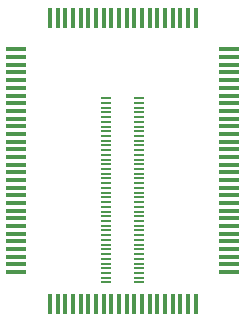
<source format=gtp>
G04*
G04 #@! TF.GenerationSoftware,Altium Limited,Altium Designer,21.7.2 (23)*
G04*
G04 Layer_Color=8421504*
%FSAX44Y44*%
%MOMM*%
G71*
G04*
G04 #@! TF.SameCoordinates,1C098217-63CA-4160-87A2-FAF5BDA99962*
G04*
G04*
G04 #@! TF.FilePolarity,Positive*
G04*
G01*
G75*
%ADD13R,0.9500X0.2000*%
%ADD14R,1.8000X0.3500*%
%ADD15R,0.3500X1.8000*%
D13*
X00817600Y00515500D02*
D03*
Y00511500D02*
D03*
Y00507500D02*
D03*
Y00531500D02*
D03*
Y00527500D02*
D03*
Y00523500D02*
D03*
Y00519500D02*
D03*
X00845900Y00515500D02*
D03*
Y00511500D02*
D03*
Y00507500D02*
D03*
Y00531500D02*
D03*
Y00527500D02*
D03*
Y00523500D02*
D03*
Y00519500D02*
D03*
Y00491500D02*
D03*
X00817600D02*
D03*
Y00495500D02*
D03*
X00845900D02*
D03*
X00817600Y00499500D02*
D03*
X00845900D02*
D03*
X00817600Y00503500D02*
D03*
X00845900D02*
D03*
Y00475500D02*
D03*
X00817600D02*
D03*
Y00479500D02*
D03*
X00845900D02*
D03*
X00817600Y00483500D02*
D03*
X00845900D02*
D03*
X00817600Y00487500D02*
D03*
X00845900D02*
D03*
Y00459500D02*
D03*
X00817600D02*
D03*
Y00463500D02*
D03*
X00845900D02*
D03*
X00817600Y00467500D02*
D03*
X00845900D02*
D03*
X00817600Y00471500D02*
D03*
X00845900D02*
D03*
Y00443500D02*
D03*
X00817600D02*
D03*
Y00447500D02*
D03*
X00845900D02*
D03*
X00817600Y00451500D02*
D03*
X00845900D02*
D03*
X00817600Y00455500D02*
D03*
X00845900D02*
D03*
Y00427500D02*
D03*
X00817600D02*
D03*
Y00431500D02*
D03*
X00845900D02*
D03*
X00817600Y00435500D02*
D03*
X00845900D02*
D03*
X00817600Y00439500D02*
D03*
X00845900D02*
D03*
Y00411500D02*
D03*
X00817600D02*
D03*
Y00415500D02*
D03*
X00845900D02*
D03*
X00817600Y00419500D02*
D03*
X00845900D02*
D03*
X00817600Y00423500D02*
D03*
X00845900D02*
D03*
Y00395500D02*
D03*
X00817600D02*
D03*
Y00399500D02*
D03*
X00845900D02*
D03*
X00817600Y00403500D02*
D03*
X00845900D02*
D03*
X00817600Y00407500D02*
D03*
X00845900D02*
D03*
Y00391500D02*
D03*
X00817600D02*
D03*
X00845900Y00387500D02*
D03*
X00817600D02*
D03*
X00845900Y00383500D02*
D03*
X00817600D02*
D03*
X00845900Y00375500D02*
D03*
X00817600Y00379500D02*
D03*
Y00375500D02*
D03*
X00845900Y00379500D02*
D03*
D14*
X00741750Y00566250D02*
D03*
Y00572750D02*
D03*
Y00559750D02*
D03*
Y00546750D02*
D03*
Y00553250D02*
D03*
Y00533750D02*
D03*
Y00540250D02*
D03*
Y00520750D02*
D03*
Y00527250D02*
D03*
Y00507750D02*
D03*
Y00514250D02*
D03*
Y00494750D02*
D03*
Y00501250D02*
D03*
Y00481750D02*
D03*
Y00488250D02*
D03*
Y00397250D02*
D03*
Y00390750D02*
D03*
Y00410250D02*
D03*
Y00403750D02*
D03*
Y00423250D02*
D03*
Y00416750D02*
D03*
Y00436250D02*
D03*
Y00429750D02*
D03*
Y00449250D02*
D03*
Y00442750D02*
D03*
Y00462250D02*
D03*
Y00455750D02*
D03*
Y00468750D02*
D03*
Y00475250D02*
D03*
Y00384250D02*
D03*
X00921750Y00572750D02*
D03*
Y00481750D02*
D03*
Y00488250D02*
D03*
Y00501250D02*
D03*
Y00494750D02*
D03*
Y00514250D02*
D03*
Y00507750D02*
D03*
Y00527250D02*
D03*
Y00520750D02*
D03*
Y00540250D02*
D03*
Y00533750D02*
D03*
Y00553250D02*
D03*
Y00546750D02*
D03*
Y00566250D02*
D03*
Y00559750D02*
D03*
Y00468750D02*
D03*
Y00475250D02*
D03*
Y00455750D02*
D03*
Y00462250D02*
D03*
Y00442750D02*
D03*
Y00449250D02*
D03*
Y00429750D02*
D03*
Y00436250D02*
D03*
Y00416750D02*
D03*
Y00423250D02*
D03*
Y00403750D02*
D03*
Y00410250D02*
D03*
Y00397250D02*
D03*
Y00384250D02*
D03*
Y00390750D02*
D03*
D15*
X00867500Y00357500D02*
D03*
X00874000D02*
D03*
X00887000D02*
D03*
X00880500D02*
D03*
X00893500D02*
D03*
X00854500D02*
D03*
X00861000D02*
D03*
X00841500D02*
D03*
X00848000D02*
D03*
X00828500D02*
D03*
X00835000D02*
D03*
X00815500D02*
D03*
X00822000D02*
D03*
X00802500D02*
D03*
X00809000D02*
D03*
X00789500D02*
D03*
X00796000D02*
D03*
X00783000D02*
D03*
X00770000D02*
D03*
X00776500D02*
D03*
X00887000Y00599500D02*
D03*
X00893500D02*
D03*
X00880500D02*
D03*
X00867500D02*
D03*
X00874000D02*
D03*
X00854500D02*
D03*
X00861000D02*
D03*
X00841500D02*
D03*
X00848000D02*
D03*
X00828500D02*
D03*
X00835000D02*
D03*
X00815500D02*
D03*
X00822000D02*
D03*
X00802500D02*
D03*
X00809000D02*
D03*
X00770000D02*
D03*
X00783000D02*
D03*
X00776500D02*
D03*
X00789500D02*
D03*
X00796000D02*
D03*
M02*

</source>
